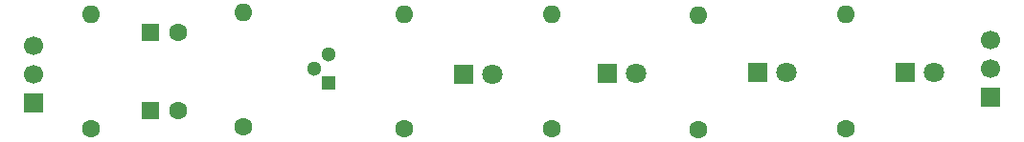
<source format=gbr>
%TF.GenerationSoftware,KiCad,Pcbnew,9.0.0*%
%TF.CreationDate,2025-06-20T16:33:02-04:00*%
%TF.ProjectId,proyecto_2_modulo,70726f79-6563-4746-9f5f-325f6d6f6475,rev?*%
%TF.SameCoordinates,Original*%
%TF.FileFunction,Soldermask,Top*%
%TF.FilePolarity,Negative*%
%FSLAX46Y46*%
G04 Gerber Fmt 4.6, Leading zero omitted, Abs format (unit mm)*
G04 Created by KiCad (PCBNEW 9.0.0) date 2025-06-20 16:33:02*
%MOMM*%
%LPD*%
G01*
G04 APERTURE LIST*
%ADD10R,1.300000X1.300000*%
%ADD11C,1.300000*%
%ADD12C,1.600000*%
%ADD13O,1.600000X1.600000*%
%ADD14R,1.800000X1.800000*%
%ADD15C,1.800000*%
%ADD16R,1.700000X1.700000*%
%ADD17C,1.700000*%
%ADD18R,1.600000X1.600000*%
G04 APERTURE END LIST*
D10*
%TO.C,Q2*%
X83500000Y-33520000D03*
D11*
X82230000Y-32250000D03*
X83500000Y-30980000D03*
%TD*%
D12*
%TO.C,R15*%
X62500000Y-37580000D03*
D13*
X62500000Y-27420000D03*
%TD*%
D14*
%TO.C,D10*%
X134475000Y-32600000D03*
D15*
X137015000Y-32600000D03*
%TD*%
D12*
%TO.C,R22*%
X76000000Y-37410000D03*
D13*
X76000000Y-27250000D03*
%TD*%
D14*
%TO.C,D7*%
X108160000Y-32700000D03*
D15*
X110700000Y-32700000D03*
%TD*%
D12*
%TO.C,R23*%
X129250000Y-37560000D03*
D13*
X129250000Y-27400000D03*
%TD*%
D16*
%TO.C,J21*%
X142000000Y-34790000D03*
D17*
X142000000Y-32250000D03*
X142000000Y-29710000D03*
%TD*%
D14*
%TO.C,D8*%
X121460000Y-32600000D03*
D15*
X124000000Y-32600000D03*
%TD*%
D16*
%TO.C,J23*%
X57500000Y-35290000D03*
D17*
X57500000Y-32750000D03*
X57500000Y-30210000D03*
%TD*%
D12*
%TO.C,R16*%
X90250000Y-37560000D03*
D13*
X90250000Y-27400000D03*
%TD*%
D12*
%TO.C,R20*%
X116200000Y-37660000D03*
D13*
X116200000Y-27500000D03*
%TD*%
D12*
%TO.C,R19*%
X103300000Y-37560000D03*
D13*
X103300000Y-27400000D03*
%TD*%
D18*
%TO.C,C9*%
X67750000Y-36000000D03*
D12*
X70250000Y-36000000D03*
%TD*%
D18*
%TO.C,C7*%
X67750000Y-29000000D03*
D12*
X70250000Y-29000000D03*
%TD*%
D14*
%TO.C,D5*%
X95460000Y-32750000D03*
D15*
X98000000Y-32750000D03*
%TD*%
M02*

</source>
